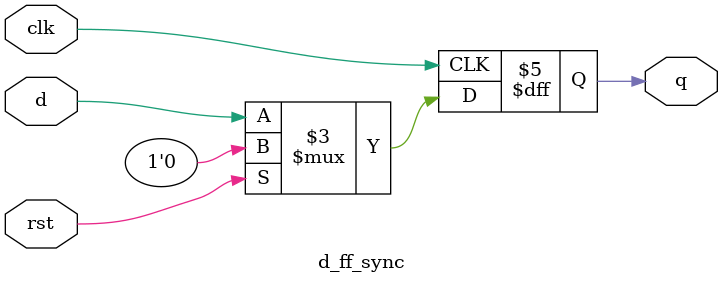
<source format=v>
module d_ff_sync (
    input d, clk, rst,
    output reg q
);

always @(posedge clk) begin
    if (rst)
        q = 1'b0;
    else
        q = d;
end

endmodule




</source>
